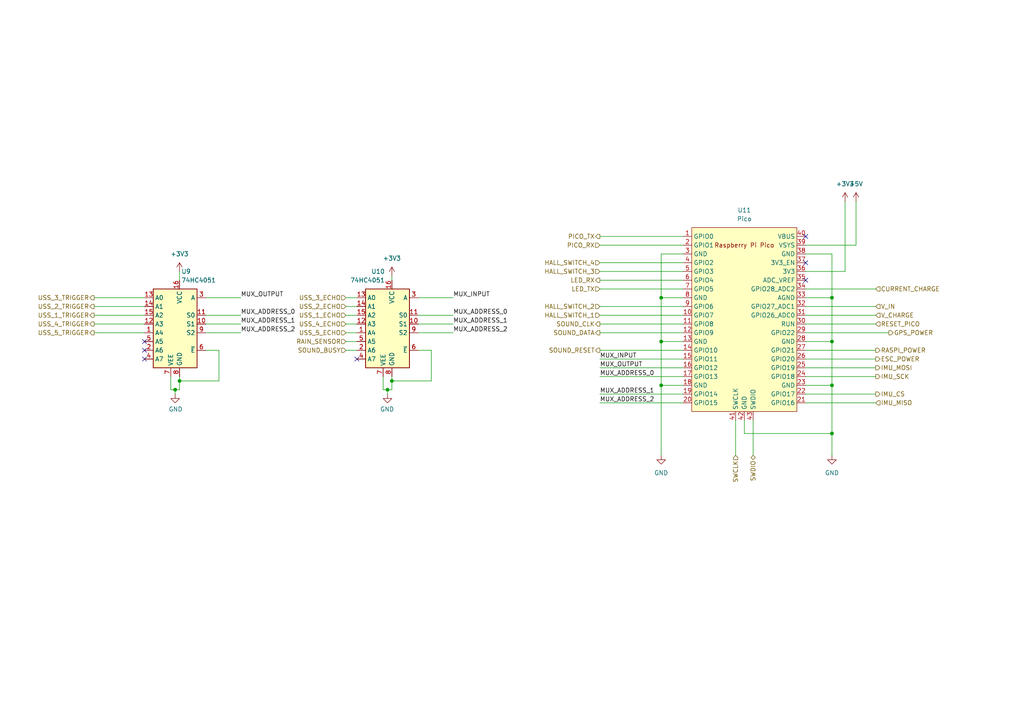
<source format=kicad_sch>
(kicad_sch (version 20211123) (generator eeschema)

  (uuid 559d82f1-24d0-4733-a864-a00adb8e4681)

  (paper "A4")

  (lib_symbols
    (symbol "74xx:74HC4051" (in_bom yes) (on_board yes)
      (property "Reference" "U" (id 0) (at -5.08 11.43 0)
        (effects (font (size 1.27 1.27)))
      )
      (property "Value" "74HC4051" (id 1) (at -7.62 -13.97 0)
        (effects (font (size 1.27 1.27)))
      )
      (property "Footprint" "" (id 2) (at 0 -10.16 0)
        (effects (font (size 1.27 1.27)) hide)
      )
      (property "Datasheet" "http://www.ti.com/lit/ds/symlink/cd74hc4051.pdf" (id 3) (at 0 -10.16 0)
        (effects (font (size 1.27 1.27)) hide)
      )
      (property "ki_keywords" "HCMOS Multiplexer Demultiplexer Analog" (id 4) (at 0 0 0)
        (effects (font (size 1.27 1.27)) hide)
      )
      (property "ki_description" "8-channel analog multiplexer/demultiplexer, DIP-16/SOIC-16/TSSOP-16" (id 5) (at 0 0 0)
        (effects (font (size 1.27 1.27)) hide)
      )
      (property "ki_fp_filters" "DIP*W7.62mm* SOIC*3.9x9.9mm*P1.27mm* SOIC*5.3x10.2mm*P1.27mm* TSSOP*4.4x5mm*P0.65mm*" (id 6) (at 0 0 0)
        (effects (font (size 1.27 1.27)) hide)
      )
      (symbol "74HC4051_0_1"
        (rectangle (start -5.08 10.16) (end 7.62 -12.7)
          (stroke (width 0.254) (type default) (color 0 0 0 0))
          (fill (type background))
        )
      )
      (symbol "74HC4051_1_1"
        (pin passive line (at 10.16 -2.54 180) (length 2.54)
          (name "A4" (effects (font (size 1.27 1.27))))
          (number "1" (effects (font (size 1.27 1.27))))
        )
        (pin input line (at -7.62 0 0) (length 2.54)
          (name "S1" (effects (font (size 1.27 1.27))))
          (number "10" (effects (font (size 1.27 1.27))))
        )
        (pin input line (at -7.62 2.54 0) (length 2.54)
          (name "S0" (effects (font (size 1.27 1.27))))
          (number "11" (effects (font (size 1.27 1.27))))
        )
        (pin passive line (at 10.16 0 180) (length 2.54)
          (name "A3" (effects (font (size 1.27 1.27))))
          (number "12" (effects (font (size 1.27 1.27))))
        )
        (pin passive line (at 10.16 7.62 180) (length 2.54)
          (name "A0" (effects (font (size 1.27 1.27))))
          (number "13" (effects (font (size 1.27 1.27))))
        )
        (pin passive line (at 10.16 5.08 180) (length 2.54)
          (name "A1" (effects (font (size 1.27 1.27))))
          (number "14" (effects (font (size 1.27 1.27))))
        )
        (pin passive line (at 10.16 2.54 180) (length 2.54)
          (name "A2" (effects (font (size 1.27 1.27))))
          (number "15" (effects (font (size 1.27 1.27))))
        )
        (pin power_in line (at 0 12.7 270) (length 2.54)
          (name "VCC" (effects (font (size 1.27 1.27))))
          (number "16" (effects (font (size 1.27 1.27))))
        )
        (pin passive line (at 10.16 -7.62 180) (length 2.54)
          (name "A6" (effects (font (size 1.27 1.27))))
          (number "2" (effects (font (size 1.27 1.27))))
        )
        (pin passive line (at -7.62 7.62 0) (length 2.54)
          (name "A" (effects (font (size 1.27 1.27))))
          (number "3" (effects (font (size 1.27 1.27))))
        )
        (pin passive line (at 10.16 -10.16 180) (length 2.54)
          (name "A7" (effects (font (size 1.27 1.27))))
          (number "4" (effects (font (size 1.27 1.27))))
        )
        (pin passive line (at 10.16 -5.08 180) (length 2.54)
          (name "A5" (effects (font (size 1.27 1.27))))
          (number "5" (effects (font (size 1.27 1.27))))
        )
        (pin input line (at -7.62 -7.62 0) (length 2.54)
          (name "~{E}" (effects (font (size 1.27 1.27))))
          (number "6" (effects (font (size 1.27 1.27))))
        )
        (pin power_in line (at 2.54 -15.24 90) (length 2.54)
          (name "VEE" (effects (font (size 1.27 1.27))))
          (number "7" (effects (font (size 1.27 1.27))))
        )
        (pin power_in line (at 0 -15.24 90) (length 2.54)
          (name "GND" (effects (font (size 1.27 1.27))))
          (number "8" (effects (font (size 1.27 1.27))))
        )
        (pin input line (at -7.62 -2.54 0) (length 2.54)
          (name "S2" (effects (font (size 1.27 1.27))))
          (number "9" (effects (font (size 1.27 1.27))))
        )
      )
    )
    (symbol "MCU_RaspberryPi_and_Boards:Pico" (in_bom yes) (on_board yes)
      (property "Reference" "U" (id 0) (at -13.97 27.94 0)
        (effects (font (size 1.27 1.27)))
      )
      (property "Value" "Pico" (id 1) (at 0 19.05 0)
        (effects (font (size 1.27 1.27)))
      )
      (property "Footprint" "RPi_Pico:RPi_Pico_SMD_TH" (id 2) (at 0 0 90)
        (effects (font (size 1.27 1.27)) hide)
      )
      (property "Datasheet" "" (id 3) (at 0 0 0)
        (effects (font (size 1.27 1.27)) hide)
      )
      (symbol "Pico_0_0"
        (text "Raspberry Pi Pico" (at 0 21.59 0)
          (effects (font (size 1.27 1.27)))
        )
      )
      (symbol "Pico_0_1"
        (rectangle (start -15.24 26.67) (end 15.24 -26.67)
          (stroke (width 0) (type default) (color 0 0 0 0))
          (fill (type background))
        )
      )
      (symbol "Pico_1_1"
        (pin bidirectional line (at -17.78 24.13 0) (length 2.54)
          (name "GPIO0" (effects (font (size 1.27 1.27))))
          (number "1" (effects (font (size 1.27 1.27))))
        )
        (pin bidirectional line (at -17.78 1.27 0) (length 2.54)
          (name "GPIO7" (effects (font (size 1.27 1.27))))
          (number "10" (effects (font (size 1.27 1.27))))
        )
        (pin bidirectional line (at -17.78 -1.27 0) (length 2.54)
          (name "GPIO8" (effects (font (size 1.27 1.27))))
          (number "11" (effects (font (size 1.27 1.27))))
        )
        (pin bidirectional line (at -17.78 -3.81 0) (length 2.54)
          (name "GPIO9" (effects (font (size 1.27 1.27))))
          (number "12" (effects (font (size 1.27 1.27))))
        )
        (pin power_in line (at -17.78 -6.35 0) (length 2.54)
          (name "GND" (effects (font (size 1.27 1.27))))
          (number "13" (effects (font (size 1.27 1.27))))
        )
        (pin bidirectional line (at -17.78 -8.89 0) (length 2.54)
          (name "GPIO10" (effects (font (size 1.27 1.27))))
          (number "14" (effects (font (size 1.27 1.27))))
        )
        (pin bidirectional line (at -17.78 -11.43 0) (length 2.54)
          (name "GPIO11" (effects (font (size 1.27 1.27))))
          (number "15" (effects (font (size 1.27 1.27))))
        )
        (pin bidirectional line (at -17.78 -13.97 0) (length 2.54)
          (name "GPIO12" (effects (font (size 1.27 1.27))))
          (number "16" (effects (font (size 1.27 1.27))))
        )
        (pin bidirectional line (at -17.78 -16.51 0) (length 2.54)
          (name "GPIO13" (effects (font (size 1.27 1.27))))
          (number "17" (effects (font (size 1.27 1.27))))
        )
        (pin power_in line (at -17.78 -19.05 0) (length 2.54)
          (name "GND" (effects (font (size 1.27 1.27))))
          (number "18" (effects (font (size 1.27 1.27))))
        )
        (pin bidirectional line (at -17.78 -21.59 0) (length 2.54)
          (name "GPIO14" (effects (font (size 1.27 1.27))))
          (number "19" (effects (font (size 1.27 1.27))))
        )
        (pin bidirectional line (at -17.78 21.59 0) (length 2.54)
          (name "GPIO1" (effects (font (size 1.27 1.27))))
          (number "2" (effects (font (size 1.27 1.27))))
        )
        (pin bidirectional line (at -17.78 -24.13 0) (length 2.54)
          (name "GPIO15" (effects (font (size 1.27 1.27))))
          (number "20" (effects (font (size 1.27 1.27))))
        )
        (pin bidirectional line (at 17.78 -24.13 180) (length 2.54)
          (name "GPIO16" (effects (font (size 1.27 1.27))))
          (number "21" (effects (font (size 1.27 1.27))))
        )
        (pin bidirectional line (at 17.78 -21.59 180) (length 2.54)
          (name "GPIO17" (effects (font (size 1.27 1.27))))
          (number "22" (effects (font (size 1.27 1.27))))
        )
        (pin power_in line (at 17.78 -19.05 180) (length 2.54)
          (name "GND" (effects (font (size 1.27 1.27))))
          (number "23" (effects (font (size 1.27 1.27))))
        )
        (pin bidirectional line (at 17.78 -16.51 180) (length 2.54)
          (name "GPIO18" (effects (font (size 1.27 1.27))))
          (number "24" (effects (font (size 1.27 1.27))))
        )
        (pin bidirectional line (at 17.78 -13.97 180) (length 2.54)
          (name "GPIO19" (effects (font (size 1.27 1.27))))
          (number "25" (effects (font (size 1.27 1.27))))
        )
        (pin bidirectional line (at 17.78 -11.43 180) (length 2.54)
          (name "GPIO20" (effects (font (size 1.27 1.27))))
          (number "26" (effects (font (size 1.27 1.27))))
        )
        (pin bidirectional line (at 17.78 -8.89 180) (length 2.54)
          (name "GPIO21" (effects (font (size 1.27 1.27))))
          (number "27" (effects (font (size 1.27 1.27))))
        )
        (pin power_in line (at 17.78 -6.35 180) (length 2.54)
          (name "GND" (effects (font (size 1.27 1.27))))
          (number "28" (effects (font (size 1.27 1.27))))
        )
        (pin bidirectional line (at 17.78 -3.81 180) (length 2.54)
          (name "GPIO22" (effects (font (size 1.27 1.27))))
          (number "29" (effects (font (size 1.27 1.27))))
        )
        (pin power_in line (at -17.78 19.05 0) (length 2.54)
          (name "GND" (effects (font (size 1.27 1.27))))
          (number "3" (effects (font (size 1.27 1.27))))
        )
        (pin input line (at 17.78 -1.27 180) (length 2.54)
          (name "RUN" (effects (font (size 1.27 1.27))))
          (number "30" (effects (font (size 1.27 1.27))))
        )
        (pin bidirectional line (at 17.78 1.27 180) (length 2.54)
          (name "GPIO26_ADC0" (effects (font (size 1.27 1.27))))
          (number "31" (effects (font (size 1.27 1.27))))
        )
        (pin bidirectional line (at 17.78 3.81 180) (length 2.54)
          (name "GPIO27_ADC1" (effects (font (size 1.27 1.27))))
          (number "32" (effects (font (size 1.27 1.27))))
        )
        (pin power_in line (at 17.78 6.35 180) (length 2.54)
          (name "AGND" (effects (font (size 1.27 1.27))))
          (number "33" (effects (font (size 1.27 1.27))))
        )
        (pin bidirectional line (at 17.78 8.89 180) (length 2.54)
          (name "GPIO28_ADC2" (effects (font (size 1.27 1.27))))
          (number "34" (effects (font (size 1.27 1.27))))
        )
        (pin power_in line (at 17.78 11.43 180) (length 2.54)
          (name "ADC_VREF" (effects (font (size 1.27 1.27))))
          (number "35" (effects (font (size 1.27 1.27))))
        )
        (pin power_in line (at 17.78 13.97 180) (length 2.54)
          (name "3V3" (effects (font (size 1.27 1.27))))
          (number "36" (effects (font (size 1.27 1.27))))
        )
        (pin input line (at 17.78 16.51 180) (length 2.54)
          (name "3V3_EN" (effects (font (size 1.27 1.27))))
          (number "37" (effects (font (size 1.27 1.27))))
        )
        (pin bidirectional line (at 17.78 19.05 180) (length 2.54)
          (name "GND" (effects (font (size 1.27 1.27))))
          (number "38" (effects (font (size 1.27 1.27))))
        )
        (pin power_in line (at 17.78 21.59 180) (length 2.54)
          (name "VSYS" (effects (font (size 1.27 1.27))))
          (number "39" (effects (font (size 1.27 1.27))))
        )
        (pin bidirectional line (at -17.78 16.51 0) (length 2.54)
          (name "GPIO2" (effects (font (size 1.27 1.27))))
          (number "4" (effects (font (size 1.27 1.27))))
        )
        (pin power_in line (at 17.78 24.13 180) (length 2.54)
          (name "VBUS" (effects (font (size 1.27 1.27))))
          (number "40" (effects (font (size 1.27 1.27))))
        )
        (pin input line (at -2.54 -29.21 90) (length 2.54)
          (name "SWCLK" (effects (font (size 1.27 1.27))))
          (number "41" (effects (font (size 1.27 1.27))))
        )
        (pin power_in line (at 0 -29.21 90) (length 2.54)
          (name "GND" (effects (font (size 1.27 1.27))))
          (number "42" (effects (font (size 1.27 1.27))))
        )
        (pin bidirectional line (at 2.54 -29.21 90) (length 2.54)
          (name "SWDIO" (effects (font (size 1.27 1.27))))
          (number "43" (effects (font (size 1.27 1.27))))
        )
        (pin bidirectional line (at -17.78 13.97 0) (length 2.54)
          (name "GPIO3" (effects (font (size 1.27 1.27))))
          (number "5" (effects (font (size 1.27 1.27))))
        )
        (pin bidirectional line (at -17.78 11.43 0) (length 2.54)
          (name "GPIO4" (effects (font (size 1.27 1.27))))
          (number "6" (effects (font (size 1.27 1.27))))
        )
        (pin bidirectional line (at -17.78 8.89 0) (length 2.54)
          (name "GPIO5" (effects (font (size 1.27 1.27))))
          (number "7" (effects (font (size 1.27 1.27))))
        )
        (pin power_in line (at -17.78 6.35 0) (length 2.54)
          (name "GND" (effects (font (size 1.27 1.27))))
          (number "8" (effects (font (size 1.27 1.27))))
        )
        (pin bidirectional line (at -17.78 3.81 0) (length 2.54)
          (name "GPIO6" (effects (font (size 1.27 1.27))))
          (number "9" (effects (font (size 1.27 1.27))))
        )
      )
    )
    (symbol "power:+3.3V" (power) (pin_names (offset 0)) (in_bom yes) (on_board yes)
      (property "Reference" "#PWR" (id 0) (at 0 -3.81 0)
        (effects (font (size 1.27 1.27)) hide)
      )
      (property "Value" "+3.3V" (id 1) (at 0 3.556 0)
        (effects (font (size 1.27 1.27)))
      )
      (property "Footprint" "" (id 2) (at 0 0 0)
        (effects (font (size 1.27 1.27)) hide)
      )
      (property "Datasheet" "" (id 3) (at 0 0 0)
        (effects (font (size 1.27 1.27)) hide)
      )
      (property "ki_keywords" "power-flag" (id 4) (at 0 0 0)
        (effects (font (size 1.27 1.27)) hide)
      )
      (property "ki_description" "Power symbol creates a global label with name \"+3.3V\"" (id 5) (at 0 0 0)
        (effects (font (size 1.27 1.27)) hide)
      )
      (symbol "+3.3V_0_1"
        (polyline
          (pts
            (xy -0.762 1.27)
            (xy 0 2.54)
          )
          (stroke (width 0) (type default) (color 0 0 0 0))
          (fill (type none))
        )
        (polyline
          (pts
            (xy 0 0)
            (xy 0 2.54)
          )
          (stroke (width 0) (type default) (color 0 0 0 0))
          (fill (type none))
        )
        (polyline
          (pts
            (xy 0 2.54)
            (xy 0.762 1.27)
          )
          (stroke (width 0) (type default) (color 0 0 0 0))
          (fill (type none))
        )
      )
      (symbol "+3.3V_1_1"
        (pin power_in line (at 0 0 90) (length 0) hide
          (name "+3V3" (effects (font (size 1.27 1.27))))
          (number "1" (effects (font (size 1.27 1.27))))
        )
      )
    )
    (symbol "power:+5V" (power) (pin_names (offset 0)) (in_bom yes) (on_board yes)
      (property "Reference" "#PWR" (id 0) (at 0 -3.81 0)
        (effects (font (size 1.27 1.27)) hide)
      )
      (property "Value" "+5V" (id 1) (at 0 3.556 0)
        (effects (font (size 1.27 1.27)))
      )
      (property "Footprint" "" (id 2) (at 0 0 0)
        (effects (font (size 1.27 1.27)) hide)
      )
      (property "Datasheet" "" (id 3) (at 0 0 0)
        (effects (font (size 1.27 1.27)) hide)
      )
      (property "ki_keywords" "power-flag" (id 4) (at 0 0 0)
        (effects (font (size 1.27 1.27)) hide)
      )
      (property "ki_description" "Power symbol creates a global label with name \"+5V\"" (id 5) (at 0 0 0)
        (effects (font (size 1.27 1.27)) hide)
      )
      (symbol "+5V_0_1"
        (polyline
          (pts
            (xy -0.762 1.27)
            (xy 0 2.54)
          )
          (stroke (width 0) (type default) (color 0 0 0 0))
          (fill (type none))
        )
        (polyline
          (pts
            (xy 0 0)
            (xy 0 2.54)
          )
          (stroke (width 0) (type default) (color 0 0 0 0))
          (fill (type none))
        )
        (polyline
          (pts
            (xy 0 2.54)
            (xy 0.762 1.27)
          )
          (stroke (width 0) (type default) (color 0 0 0 0))
          (fill (type none))
        )
      )
      (symbol "+5V_1_1"
        (pin power_in line (at 0 0 90) (length 0) hide
          (name "+5V" (effects (font (size 1.27 1.27))))
          (number "1" (effects (font (size 1.27 1.27))))
        )
      )
    )
    (symbol "power:GND" (power) (pin_names (offset 0)) (in_bom yes) (on_board yes)
      (property "Reference" "#PWR" (id 0) (at 0 -6.35 0)
        (effects (font (size 1.27 1.27)) hide)
      )
      (property "Value" "GND" (id 1) (at 0 -3.81 0)
        (effects (font (size 1.27 1.27)))
      )
      (property "Footprint" "" (id 2) (at 0 0 0)
        (effects (font (size 1.27 1.27)) hide)
      )
      (property "Datasheet" "" (id 3) (at 0 0 0)
        (effects (font (size 1.27 1.27)) hide)
      )
      (property "ki_keywords" "power-flag" (id 4) (at 0 0 0)
        (effects (font (size 1.27 1.27)) hide)
      )
      (property "ki_description" "Power symbol creates a global label with name \"GND\" , ground" (id 5) (at 0 0 0)
        (effects (font (size 1.27 1.27)) hide)
      )
      (symbol "GND_0_1"
        (polyline
          (pts
            (xy 0 0)
            (xy 0 -1.27)
            (xy 1.27 -1.27)
            (xy 0 -2.54)
            (xy -1.27 -1.27)
            (xy 0 -1.27)
          )
          (stroke (width 0) (type default) (color 0 0 0 0))
          (fill (type none))
        )
      )
      (symbol "GND_1_1"
        (pin power_in line (at 0 0 270) (length 0) hide
          (name "GND" (effects (font (size 1.27 1.27))))
          (number "1" (effects (font (size 1.27 1.27))))
        )
      )
    )
  )

  (junction (at 112.395 113.03) (diameter 0) (color 0 0 0 0)
    (uuid 3f9e240e-a0df-47bf-b1e9-d305fd65b40d)
  )
  (junction (at 191.77 86.36) (diameter 0) (color 0 0 0 0)
    (uuid 54ba70bc-3653-44e0-9aa9-70371f9624a9)
  )
  (junction (at 241.3 111.76) (diameter 0) (color 0 0 0 0)
    (uuid 56408257-97e8-4b69-98e5-7d0d5cf521f2)
  )
  (junction (at 113.665 110.49) (diameter 0) (color 0 0 0 0)
    (uuid 580e5b05-15fd-4844-a9a4-0ca64d1362ec)
  )
  (junction (at 52.07 110.49) (diameter 0) (color 0 0 0 0)
    (uuid 6478f963-05b2-49ef-937a-020a770ec2bc)
  )
  (junction (at 241.3 86.36) (diameter 0) (color 0 0 0 0)
    (uuid 65a6c026-1473-4a9d-8f23-b2c0f650050a)
  )
  (junction (at 191.77 99.06) (diameter 0) (color 0 0 0 0)
    (uuid 73598d54-872f-419b-980f-50ef4c83fcde)
  )
  (junction (at 241.3 99.06) (diameter 0) (color 0 0 0 0)
    (uuid 76b8f6c6-5884-4a72-b938-c2a7eb52ff43)
  )
  (junction (at 191.77 111.76) (diameter 0) (color 0 0 0 0)
    (uuid 78889956-fd84-45bc-b8d1-d5c72ff603fc)
  )
  (junction (at 50.8 113.03) (diameter 0) (color 0 0 0 0)
    (uuid 8242a716-3895-445a-b2c1-ec6e5a82e0b2)
  )
  (junction (at 241.3 125.73) (diameter 0) (color 0 0 0 0)
    (uuid b35b9801-eb34-444c-a777-58832e9ab861)
  )

  (no_connect (at 41.91 99.06) (uuid 556ef534-0f07-4d81-876f-b06c5ce2d0fd))
  (no_connect (at 41.91 104.14) (uuid 556ef534-0f07-4d81-876f-b06c5ce2d0fe))
  (no_connect (at 41.91 101.6) (uuid 556ef534-0f07-4d81-876f-b06c5ce2d0ff))
  (no_connect (at 103.505 104.14) (uuid 556ef534-0f07-4d81-876f-b06c5ce2d101))
  (no_connect (at 233.68 81.28) (uuid 556ef534-0f07-4d81-876f-b06c5ce2d104))
  (no_connect (at 233.68 68.58) (uuid 986e8a2a-6562-465d-8125-97ad06ff30fa))
  (no_connect (at 233.68 76.2) (uuid b5296cbe-e68b-406a-ba6f-ad17406d8e21))

  (wire (pts (xy 191.77 73.66) (xy 191.77 86.36))
    (stroke (width 0) (type default) (color 0 0 0 0))
    (uuid 00ca4e32-a322-4822-a677-37e2d718544f)
  )
  (wire (pts (xy 233.68 78.74) (xy 245.11 78.74))
    (stroke (width 0) (type default) (color 0 0 0 0))
    (uuid 09a978d0-8d42-486d-a3ad-9ce88f0c0666)
  )
  (wire (pts (xy 113.665 109.22) (xy 113.665 110.49))
    (stroke (width 0) (type default) (color 0 0 0 0))
    (uuid 0b0ac47c-7f6d-44d0-93d5-9f36f3f468b4)
  )
  (wire (pts (xy 233.68 83.82) (xy 254 83.82))
    (stroke (width 0) (type default) (color 0 0 0 0))
    (uuid 0b450ad9-ca75-4cfc-a73f-d80a4ba28454)
  )
  (wire (pts (xy 173.99 116.84) (xy 198.12 116.84))
    (stroke (width 0) (type default) (color 0 0 0 0))
    (uuid 1053a486-12a2-421c-9343-de7ab858207c)
  )
  (wire (pts (xy 198.12 111.76) (xy 191.77 111.76))
    (stroke (width 0) (type default) (color 0 0 0 0))
    (uuid 12ed40b1-67a7-4aa9-8b0d-4fc1985e59be)
  )
  (wire (pts (xy 59.69 86.36) (xy 69.85 86.36))
    (stroke (width 0) (type default) (color 0 0 0 0))
    (uuid 16cf7022-66c2-4682-8510-ee16e936fabc)
  )
  (wire (pts (xy 245.11 58.42) (xy 245.11 78.74))
    (stroke (width 0) (type default) (color 0 0 0 0))
    (uuid 1998fa2d-d003-41f2-8cf5-07fae805b545)
  )
  (wire (pts (xy 233.68 91.44) (xy 254 91.44))
    (stroke (width 0) (type default) (color 0 0 0 0))
    (uuid 19f5c885-19e1-4e02-9737-313b823faa94)
  )
  (wire (pts (xy 100.33 86.36) (xy 103.505 86.36))
    (stroke (width 0) (type default) (color 0 0 0 0))
    (uuid 1a89ec35-ca0a-4894-a003-cc97106bcf3b)
  )
  (wire (pts (xy 50.8 113.03) (xy 52.07 113.03))
    (stroke (width 0) (type default) (color 0 0 0 0))
    (uuid 208e2e73-cc7c-4f19-adf0-1aa3ff931bef)
  )
  (wire (pts (xy 59.69 101.6) (xy 63.5 101.6))
    (stroke (width 0) (type default) (color 0 0 0 0))
    (uuid 20a5c48b-ef8e-471c-b43b-8c6fe82414ca)
  )
  (wire (pts (xy 233.68 116.84) (xy 254 116.84))
    (stroke (width 0) (type default) (color 0 0 0 0))
    (uuid 20bfd7e8-bc33-4032-a520-5b1447e2586c)
  )
  (wire (pts (xy 52.07 110.49) (xy 52.07 109.22))
    (stroke (width 0) (type default) (color 0 0 0 0))
    (uuid 265ced2d-64bc-45d4-8001-04989f2928d8)
  )
  (wire (pts (xy 27.305 96.52) (xy 41.91 96.52))
    (stroke (width 0) (type default) (color 0 0 0 0))
    (uuid 287f8ea2-e8b6-4602-97c8-84289f3554c0)
  )
  (wire (pts (xy 50.8 113.03) (xy 50.8 114.3))
    (stroke (width 0) (type default) (color 0 0 0 0))
    (uuid 306f3f7d-9fbd-448e-82bc-905bc1a1c3f3)
  )
  (wire (pts (xy 173.99 106.68) (xy 198.12 106.68))
    (stroke (width 0) (type default) (color 0 0 0 0))
    (uuid 34ae7556-4ed7-4cdc-9912-59df7d57455c)
  )
  (wire (pts (xy 213.36 121.92) (xy 213.36 132.08))
    (stroke (width 0) (type default) (color 0 0 0 0))
    (uuid 3570878e-89c1-4a7c-96c1-70d81086a3a9)
  )
  (wire (pts (xy 100.33 96.52) (xy 103.505 96.52))
    (stroke (width 0) (type default) (color 0 0 0 0))
    (uuid 3904dce2-c02e-4941-85d2-b395f76add93)
  )
  (wire (pts (xy 241.3 111.76) (xy 241.3 125.73))
    (stroke (width 0) (type default) (color 0 0 0 0))
    (uuid 39a7e97a-1ec7-4281-b40b-b51c94d1e75c)
  )
  (wire (pts (xy 233.68 88.9) (xy 254 88.9))
    (stroke (width 0) (type default) (color 0 0 0 0))
    (uuid 3b581e9c-30b7-43cb-9db0-8035e2313ff6)
  )
  (wire (pts (xy 63.5 101.6) (xy 63.5 110.49))
    (stroke (width 0) (type default) (color 0 0 0 0))
    (uuid 40233afb-11b0-42e8-b2d7-83a41d2d50be)
  )
  (wire (pts (xy 173.99 88.9) (xy 198.12 88.9))
    (stroke (width 0) (type default) (color 0 0 0 0))
    (uuid 41519696-bf91-4b07-95ab-ad9cb45374ce)
  )
  (wire (pts (xy 27.305 93.98) (xy 41.91 93.98))
    (stroke (width 0) (type default) (color 0 0 0 0))
    (uuid 452e1310-7964-4315-a24a-8c2240d3ec02)
  )
  (wire (pts (xy 198.12 73.66) (xy 191.77 73.66))
    (stroke (width 0) (type default) (color 0 0 0 0))
    (uuid 455370dc-07a0-40ba-901e-0a86a49d8cdf)
  )
  (wire (pts (xy 215.9 121.92) (xy 215.9 125.73))
    (stroke (width 0) (type default) (color 0 0 0 0))
    (uuid 4610844f-e46c-4be8-a492-a159ffc49ba4)
  )
  (wire (pts (xy 191.77 86.36) (xy 198.12 86.36))
    (stroke (width 0) (type default) (color 0 0 0 0))
    (uuid 53aa4cf3-1aa2-4113-8937-78d654a73b6b)
  )
  (wire (pts (xy 113.665 110.49) (xy 113.665 113.03))
    (stroke (width 0) (type default) (color 0 0 0 0))
    (uuid 553438fc-a725-4280-8d6a-919452cabdf2)
  )
  (wire (pts (xy 241.3 99.06) (xy 241.3 111.76))
    (stroke (width 0) (type default) (color 0 0 0 0))
    (uuid 576184cd-757b-4fa6-b83b-3d6ec7f50ab3)
  )
  (wire (pts (xy 100.33 93.98) (xy 103.505 93.98))
    (stroke (width 0) (type default) (color 0 0 0 0))
    (uuid 594d9779-8363-403c-99f8-1253e49c8b6f)
  )
  (wire (pts (xy 173.99 114.3) (xy 198.12 114.3))
    (stroke (width 0) (type default) (color 0 0 0 0))
    (uuid 59a5c230-5b9f-4d7e-8810-b681be13ff57)
  )
  (wire (pts (xy 233.68 93.98) (xy 254 93.98))
    (stroke (width 0) (type default) (color 0 0 0 0))
    (uuid 5ab0f247-35bb-423d-9f40-4778a3ff8fb1)
  )
  (wire (pts (xy 27.305 88.9) (xy 41.91 88.9))
    (stroke (width 0) (type default) (color 0 0 0 0))
    (uuid 5b71c6d4-7501-4c34-b54d-e8d2216fb2bb)
  )
  (wire (pts (xy 233.68 114.3) (xy 254 114.3))
    (stroke (width 0) (type default) (color 0 0 0 0))
    (uuid 5e07907e-60e9-49c1-8ad1-f02aad44483e)
  )
  (wire (pts (xy 173.99 93.98) (xy 198.12 93.98))
    (stroke (width 0) (type default) (color 0 0 0 0))
    (uuid 5ec1a6af-f0ca-4bb7-88ee-0230a211abd0)
  )
  (wire (pts (xy 100.33 101.6) (xy 103.505 101.6))
    (stroke (width 0) (type default) (color 0 0 0 0))
    (uuid 5f41af6d-ceaf-4d88-9f2f-5324269b4170)
  )
  (wire (pts (xy 248.285 58.42) (xy 248.285 71.12))
    (stroke (width 0) (type default) (color 0 0 0 0))
    (uuid 6143aeae-d480-4bcf-957b-0e21015c30ef)
  )
  (wire (pts (xy 52.07 78.74) (xy 52.07 81.28))
    (stroke (width 0) (type default) (color 0 0 0 0))
    (uuid 62f4af93-dc68-43df-b0b7-662f261caf46)
  )
  (wire (pts (xy 100.33 88.9) (xy 103.505 88.9))
    (stroke (width 0) (type default) (color 0 0 0 0))
    (uuid 65cab727-16f4-4260-b7de-5c688b677bfa)
  )
  (wire (pts (xy 173.99 71.12) (xy 198.12 71.12))
    (stroke (width 0) (type default) (color 0 0 0 0))
    (uuid 69e2413c-3c18-405f-95bb-102441c41b90)
  )
  (wire (pts (xy 254 104.14) (xy 233.68 104.14))
    (stroke (width 0) (type default) (color 0 0 0 0))
    (uuid 6bbabe9c-cd0f-4815-b199-8450466c7e39)
  )
  (wire (pts (xy 241.3 125.73) (xy 241.3 132.08))
    (stroke (width 0) (type default) (color 0 0 0 0))
    (uuid 6c7876a6-0112-46ef-ae95-ed5454a17235)
  )
  (wire (pts (xy 198.12 83.82) (xy 173.99 83.82))
    (stroke (width 0) (type default) (color 0 0 0 0))
    (uuid 6cf0919c-4e11-4059-af75-f8118b2b0e3e)
  )
  (wire (pts (xy 241.3 86.36) (xy 241.3 99.06))
    (stroke (width 0) (type default) (color 0 0 0 0))
    (uuid 6da0e163-2d95-45d9-8ed3-85b3748ca2e1)
  )
  (wire (pts (xy 27.305 91.44) (xy 41.91 91.44))
    (stroke (width 0) (type default) (color 0 0 0 0))
    (uuid 6f27ac9c-2fe3-4937-8a03-4e8d4ee7c920)
  )
  (wire (pts (xy 113.665 80.01) (xy 113.665 81.28))
    (stroke (width 0) (type default) (color 0 0 0 0))
    (uuid 6f99ee9a-51bc-40f4-820e-9fe49f29d0bd)
  )
  (wire (pts (xy 59.69 93.98) (xy 69.85 93.98))
    (stroke (width 0) (type default) (color 0 0 0 0))
    (uuid 746444b3-6c9d-4d67-b164-4f932f5badb0)
  )
  (wire (pts (xy 49.53 113.03) (xy 50.8 113.03))
    (stroke (width 0) (type default) (color 0 0 0 0))
    (uuid 775dcd91-6570-4eae-9d4e-9e61c22da384)
  )
  (wire (pts (xy 112.395 113.03) (xy 112.395 114.3))
    (stroke (width 0) (type default) (color 0 0 0 0))
    (uuid 797ec1ec-6173-4228-8df1-ce9b99dcc0f5)
  )
  (wire (pts (xy 173.99 78.74) (xy 198.12 78.74))
    (stroke (width 0) (type default) (color 0 0 0 0))
    (uuid 7a6a8cb5-5575-4105-9510-066555129b61)
  )
  (wire (pts (xy 191.77 99.06) (xy 191.77 111.76))
    (stroke (width 0) (type default) (color 0 0 0 0))
    (uuid 7ae70640-7d21-4449-8dd3-2a29f19e8806)
  )
  (wire (pts (xy 111.125 113.03) (xy 111.125 109.22))
    (stroke (width 0) (type default) (color 0 0 0 0))
    (uuid 7ff01d53-234b-4097-a221-a624cf84d184)
  )
  (wire (pts (xy 63.5 110.49) (xy 52.07 110.49))
    (stroke (width 0) (type default) (color 0 0 0 0))
    (uuid 85108fe1-29f0-48a9-baf4-13a88645799f)
  )
  (wire (pts (xy 121.285 93.98) (xy 131.445 93.98))
    (stroke (width 0) (type default) (color 0 0 0 0))
    (uuid 895796f9-2a35-4b90-a2dd-d71d36bfb5af)
  )
  (wire (pts (xy 215.9 125.73) (xy 241.3 125.73))
    (stroke (width 0) (type default) (color 0 0 0 0))
    (uuid 8f3b9706-5e22-4a9e-a0bd-30cb038662c3)
  )
  (wire (pts (xy 125.095 110.49) (xy 113.665 110.49))
    (stroke (width 0) (type default) (color 0 0 0 0))
    (uuid 8f541440-576b-4f3a-a92a-9736f9392fa3)
  )
  (wire (pts (xy 233.68 73.66) (xy 241.3 73.66))
    (stroke (width 0) (type default) (color 0 0 0 0))
    (uuid 8f7027c4-8d72-4691-aa58-12d1a8ce341c)
  )
  (wire (pts (xy 173.99 68.58) (xy 198.12 68.58))
    (stroke (width 0) (type default) (color 0 0 0 0))
    (uuid 903795da-8d77-49d7-8c2c-04e19c29ca6a)
  )
  (wire (pts (xy 49.53 109.22) (xy 49.53 113.03))
    (stroke (width 0) (type default) (color 0 0 0 0))
    (uuid 90b9427a-ebb4-4250-8c5a-7a469bdfef3c)
  )
  (wire (pts (xy 233.68 111.76) (xy 241.3 111.76))
    (stroke (width 0) (type default) (color 0 0 0 0))
    (uuid 91c200d6-3e73-4029-970f-7dd5a4667799)
  )
  (wire (pts (xy 173.99 101.6) (xy 198.12 101.6))
    (stroke (width 0) (type default) (color 0 0 0 0))
    (uuid 938a305b-46e5-4ce7-b357-655f286c031e)
  )
  (wire (pts (xy 198.12 99.06) (xy 191.77 99.06))
    (stroke (width 0) (type default) (color 0 0 0 0))
    (uuid 97cd9906-6018-4ace-bb28-c86c40e98e8b)
  )
  (wire (pts (xy 59.69 96.52) (xy 69.85 96.52))
    (stroke (width 0) (type default) (color 0 0 0 0))
    (uuid 9fbaf0d5-9d7f-4dd7-be2c-3d23f4ff39b6)
  )
  (wire (pts (xy 52.07 113.03) (xy 52.07 110.49))
    (stroke (width 0) (type default) (color 0 0 0 0))
    (uuid a0d519f6-1cc2-4f3f-9956-6e1dc791cd56)
  )
  (wire (pts (xy 113.665 113.03) (xy 112.395 113.03))
    (stroke (width 0) (type default) (color 0 0 0 0))
    (uuid a10032d1-b72e-439b-ad6d-1285b68a925d)
  )
  (wire (pts (xy 241.3 73.66) (xy 241.3 86.36))
    (stroke (width 0) (type default) (color 0 0 0 0))
    (uuid a41fd544-9f46-4762-bbfd-f5553eeef8f4)
  )
  (wire (pts (xy 218.44 121.92) (xy 218.44 132.08))
    (stroke (width 0) (type default) (color 0 0 0 0))
    (uuid a5693c70-7dfa-4f61-af65-5de6847d2348)
  )
  (wire (pts (xy 121.285 91.44) (xy 131.445 91.44))
    (stroke (width 0) (type default) (color 0 0 0 0))
    (uuid a56a2252-1885-4e20-b0e9-4d965f7484bb)
  )
  (wire (pts (xy 173.99 96.52) (xy 198.12 96.52))
    (stroke (width 0) (type default) (color 0 0 0 0))
    (uuid acc3069d-2fbe-4be6-a1d5-69c1ed0b230c)
  )
  (wire (pts (xy 173.99 104.14) (xy 198.12 104.14))
    (stroke (width 0) (type default) (color 0 0 0 0))
    (uuid afd415bd-805d-42ff-a553-e601ed3f1205)
  )
  (wire (pts (xy 198.12 81.28) (xy 173.99 81.28))
    (stroke (width 0) (type default) (color 0 0 0 0))
    (uuid b060a474-38ea-4e29-bdea-e7c994ff3e94)
  )
  (wire (pts (xy 254 101.6) (xy 233.68 101.6))
    (stroke (width 0) (type default) (color 0 0 0 0))
    (uuid b983b66e-eed5-4c32-ac90-d60ced569b10)
  )
  (wire (pts (xy 27.305 86.36) (xy 41.91 86.36))
    (stroke (width 0) (type default) (color 0 0 0 0))
    (uuid bbc2ec10-4eb8-4fac-924d-e8e7a4a51846)
  )
  (wire (pts (xy 121.285 101.6) (xy 125.095 101.6))
    (stroke (width 0) (type default) (color 0 0 0 0))
    (uuid bd04c989-6fa7-4169-9263-e6c1af1f299e)
  )
  (wire (pts (xy 125.095 101.6) (xy 125.095 110.49))
    (stroke (width 0) (type default) (color 0 0 0 0))
    (uuid c04fd87f-4ef2-46ff-8a4d-35a3e0e4dfeb)
  )
  (wire (pts (xy 233.68 109.22) (xy 254 109.22))
    (stroke (width 0) (type default) (color 0 0 0 0))
    (uuid c6174045-9605-4441-8a18-92cc314a60a0)
  )
  (wire (pts (xy 191.77 86.36) (xy 191.77 99.06))
    (stroke (width 0) (type default) (color 0 0 0 0))
    (uuid c99aafc1-c883-4bf9-aa01-e0bd12dc1240)
  )
  (wire (pts (xy 173.99 76.2) (xy 198.12 76.2))
    (stroke (width 0) (type default) (color 0 0 0 0))
    (uuid cae9e9c8-bede-4aa9-830c-cb3b00617c19)
  )
  (wire (pts (xy 103.505 99.06) (xy 100.33 99.06))
    (stroke (width 0) (type default) (color 0 0 0 0))
    (uuid cdd96b7e-e510-46dd-ab3c-079ce7cc9a60)
  )
  (wire (pts (xy 257.81 96.52) (xy 233.68 96.52))
    (stroke (width 0) (type default) (color 0 0 0 0))
    (uuid d10ca1b7-dfa3-4313-9391-c2909120cc71)
  )
  (wire (pts (xy 112.395 113.03) (xy 111.125 113.03))
    (stroke (width 0) (type default) (color 0 0 0 0))
    (uuid d5f71433-e742-4626-b3be-c99ccba1b7a1)
  )
  (wire (pts (xy 233.68 71.12) (xy 248.285 71.12))
    (stroke (width 0) (type default) (color 0 0 0 0))
    (uuid e07d2f8d-aee3-4c1e-8383-d7856d0f03ae)
  )
  (wire (pts (xy 121.285 86.36) (xy 131.445 86.36))
    (stroke (width 0) (type default) (color 0 0 0 0))
    (uuid e0f1d94e-9a76-4f5d-8135-21cc2fe55acc)
  )
  (wire (pts (xy 233.68 86.36) (xy 241.3 86.36))
    (stroke (width 0) (type default) (color 0 0 0 0))
    (uuid e73c7c15-80f2-41ec-b80c-f5205a4754b6)
  )
  (wire (pts (xy 59.69 91.44) (xy 69.85 91.44))
    (stroke (width 0) (type default) (color 0 0 0 0))
    (uuid e76c5b67-babf-467d-97c9-e2dcc2eaf100)
  )
  (wire (pts (xy 173.99 91.44) (xy 198.12 91.44))
    (stroke (width 0) (type default) (color 0 0 0 0))
    (uuid e9983c43-62bd-4183-a131-97d57a4ecd74)
  )
  (wire (pts (xy 233.68 99.06) (xy 241.3 99.06))
    (stroke (width 0) (type default) (color 0 0 0 0))
    (uuid eb6c0610-f9d4-4dd1-9e0b-89c6ca154d22)
  )
  (wire (pts (xy 233.68 106.68) (xy 254 106.68))
    (stroke (width 0) (type default) (color 0 0 0 0))
    (uuid f109d213-0c79-4aaa-8bd9-470f18a96715)
  )
  (wire (pts (xy 191.77 111.76) (xy 191.77 132.08))
    (stroke (width 0) (type default) (color 0 0 0 0))
    (uuid f51d988e-f900-47e5-9e83-a4cf46a6126b)
  )
  (wire (pts (xy 100.33 91.44) (xy 103.505 91.44))
    (stroke (width 0) (type default) (color 0 0 0 0))
    (uuid f716ae8a-3816-4fcb-a342-559ace0ae37d)
  )
  (wire (pts (xy 121.285 96.52) (xy 131.445 96.52))
    (stroke (width 0) (type default) (color 0 0 0 0))
    (uuid fa5aed85-6588-4bcb-a923-bbc7d2d89474)
  )
  (wire (pts (xy 173.99 109.22) (xy 198.12 109.22))
    (stroke (width 0) (type default) (color 0 0 0 0))
    (uuid fb4da90b-939a-4527-81ef-9a4485280fe2)
  )

  (label "MUX_ADDRESS_0" (at 173.99 109.22 0)
    (effects (font (size 1.27 1.27)) (justify left bottom))
    (uuid 032958d0-cc53-48d2-879c-1ca150ddc454)
  )
  (label "MUX_OUTPUT" (at 69.85 86.36 0)
    (effects (font (size 1.27 1.27)) (justify left bottom))
    (uuid 0dc10753-515b-475a-a51f-994536f4e819)
  )
  (label "MUX_ADDRESS_2" (at 131.445 96.52 0)
    (effects (font (size 1.27 1.27)) (justify left bottom))
    (uuid 28b77a10-a387-4077-8807-f44694875326)
  )
  (label "MUX_ADDRESS_0" (at 131.445 91.44 0)
    (effects (font (size 1.27 1.27)) (justify left bottom))
    (uuid 509f8906-652e-4e5b-a57c-daa3a2e75ab6)
  )
  (label "MUX_ADDRESS_0" (at 69.85 91.44 0)
    (effects (font (size 1.27 1.27)) (justify left bottom))
    (uuid 59a9f351-54a1-4b8a-8731-f6d73a73e629)
  )
  (label "MUX_ADDRESS_2" (at 69.85 96.52 0)
    (effects (font (size 1.27 1.27)) (justify left bottom))
    (uuid 6b6713e0-d269-4e47-8e91-cb4bd6ca6b30)
  )
  (label "MUX_INPUT" (at 131.445 86.36 0)
    (effects (font (size 1.27 1.27)) (justify left bottom))
    (uuid 6db30a16-d87d-4282-bb86-d554b9589750)
  )
  (label "MUX_OUTPUT" (at 173.99 106.68 0)
    (effects (font (size 1.27 1.27)) (justify left bottom))
    (uuid 99dde49e-265f-43db-9a4d-840bca2e6b9f)
  )
  (label "MUX_ADDRESS_2" (at 173.99 116.84 0)
    (effects (font (size 1.27 1.27)) (justify left bottom))
    (uuid 9f524d79-92eb-4567-a0fd-13a70f40cff8)
  )
  (label "MUX_INPUT" (at 173.99 104.14 0)
    (effects (font (size 1.27 1.27)) (justify left bottom))
    (uuid afad3d9c-dcf5-425f-96a6-8d5041708272)
  )
  (label "MUX_ADDRESS_1" (at 173.99 114.3 0)
    (effects (font (size 1.27 1.27)) (justify left bottom))
    (uuid afd3c6bf-0418-4c33-af95-be88dc57649b)
  )
  (label "MUX_ADDRESS_1" (at 69.85 93.98 0)
    (effects (font (size 1.27 1.27)) (justify left bottom))
    (uuid bef950bd-cc3d-4404-9a8e-8831a3ddacf1)
  )
  (label "MUX_ADDRESS_1" (at 131.445 93.98 0)
    (effects (font (size 1.27 1.27)) (justify left bottom))
    (uuid d9a69c20-4f00-4a9c-a426-8800b835059a)
  )

  (hierarchical_label "USS_4_TRIGGER" (shape output) (at 27.305 93.98 180)
    (effects (font (size 1.27 1.27)) (justify right))
    (uuid 00f66db9-baad-49a1-a395-8b337e9b189d)
  )
  (hierarchical_label "V_CHARGE" (shape input) (at 254 91.44 0)
    (effects (font (size 1.27 1.27)) (justify left))
    (uuid 084e95a6-4d23-427f-b02c-8c6899c0912d)
  )
  (hierarchical_label "LED_RX" (shape output) (at 173.99 81.28 180)
    (effects (font (size 1.27 1.27)) (justify right))
    (uuid 0dd18bc4-d431-4332-adf1-62384e4ce6b7)
  )
  (hierarchical_label "RAIN_SENSOR" (shape input) (at 100.33 99.06 180)
    (effects (font (size 1.27 1.27)) (justify right))
    (uuid 163b07ba-b12e-4369-98cc-7a2c4fe795a1)
  )
  (hierarchical_label "USS_3_TRIGGER" (shape output) (at 27.305 86.36 180)
    (effects (font (size 1.27 1.27)) (justify right))
    (uuid 18b5e0ab-a4b1-4060-ba67-fd8f3fac7c53)
  )
  (hierarchical_label "RASPI_POWER" (shape output) (at 254 101.6 0)
    (effects (font (size 1.27 1.27)) (justify left))
    (uuid 218b6c8c-ec3a-4956-8f8e-c732d4611469)
  )
  (hierarchical_label "IMU_MISO" (shape input) (at 254 116.84 0)
    (effects (font (size 1.27 1.27)) (justify left))
    (uuid 2e5aac1f-93df-4664-a172-95bd731fe215)
  )
  (hierarchical_label "USS_2_TRIGGER" (shape output) (at 27.305 88.9 180)
    (effects (font (size 1.27 1.27)) (justify right))
    (uuid 36a181e2-f496-4b3a-a1ad-d3945220a776)
  )
  (hierarchical_label "SOUND_RESET" (shape output) (at 173.99 101.6 180)
    (effects (font (size 1.27 1.27)) (justify right))
    (uuid 38cf4e64-55ac-4750-b424-38b8813d6cda)
  )
  (hierarchical_label "PICO_TX" (shape output) (at 173.99 68.58 180)
    (effects (font (size 1.27 1.27)) (justify right))
    (uuid 39addf0c-f0dd-4f45-9382-958e3cf2c05b)
  )
  (hierarchical_label "LED_TX" (shape input) (at 173.99 83.82 180)
    (effects (font (size 1.27 1.27)) (justify right))
    (uuid 426356c9-3398-4018-a030-e4256ba0245f)
  )
  (hierarchical_label "CURRENT_CHARGE" (shape input) (at 254 83.82 0)
    (effects (font (size 1.27 1.27)) (justify left))
    (uuid 47b173ce-6f2a-4875-98a3-00bc368dafb3)
  )
  (hierarchical_label "USS_1_ECHO" (shape input) (at 100.33 91.44 180)
    (effects (font (size 1.27 1.27)) (justify right))
    (uuid 541e7aac-57d7-4da4-9c15-5f7d11cad388)
  )
  (hierarchical_label "IMU_CS" (shape output) (at 254 114.3 0)
    (effects (font (size 1.27 1.27)) (justify left))
    (uuid 646afd04-19a3-4231-b342-f62e3f5a814f)
  )
  (hierarchical_label "RESET_PICO" (shape input) (at 254 93.98 0)
    (effects (font (size 1.27 1.27)) (justify left))
    (uuid 6fcb1c7c-2d71-4e23-8261-a50e0250ac1f)
  )
  (hierarchical_label "SWDIO" (shape bidirectional) (at 218.44 132.08 270)
    (effects (font (size 1.27 1.27)) (justify right))
    (uuid 7702345a-59d0-49ba-8b7f-f12dc3d123b1)
  )
  (hierarchical_label "HALL_SWITCH_4" (shape input) (at 173.99 76.2 180)
    (effects (font (size 1.27 1.27)) (justify right))
    (uuid 7c6e9a32-9721-4675-9692-c440171cdd5f)
  )
  (hierarchical_label "USS_5_ECHO" (shape input) (at 100.33 96.52 180)
    (effects (font (size 1.27 1.27)) (justify right))
    (uuid 7d9d9125-13a4-4d92-8e68-45879e1663df)
  )
  (hierarchical_label "SOUND_CLK" (shape output) (at 173.99 93.98 180)
    (effects (font (size 1.27 1.27)) (justify right))
    (uuid 81482302-a4b6-4919-b237-5451dd2abfb2)
  )
  (hierarchical_label "IMU_SCK" (shape output) (at 254 109.22 0)
    (effects (font (size 1.27 1.27)) (justify left))
    (uuid 84a05a2b-0325-4f85-8cb6-0797ebdc0185)
  )
  (hierarchical_label "IMU_MOSI" (shape output) (at 254 106.68 0)
    (effects (font (size 1.27 1.27)) (justify left))
    (uuid 9aade7c5-d838-40d2-822a-03850e03cc53)
  )
  (hierarchical_label "ESC_POWER" (shape output) (at 254 104.14 0)
    (effects (font (size 1.27 1.27)) (justify left))
    (uuid a7b5ca22-a0f1-4ff5-966f-d1dc584ca37e)
  )
  (hierarchical_label "HALL_SWITCH_1" (shape input) (at 173.99 91.44 180)
    (effects (font (size 1.27 1.27)) (justify right))
    (uuid c1b24f9f-aa0b-4552-b9ba-e4a0b9883912)
  )
  (hierarchical_label "USS_4_ECHO" (shape input) (at 100.33 93.98 180)
    (effects (font (size 1.27 1.27)) (justify right))
    (uuid c3af611f-8c6e-4fff-9cf1-63a641b85645)
  )
  (hierarchical_label "GPS_POWER" (shape output) (at 257.81 96.52 0)
    (effects (font (size 1.27 1.27)) (justify left))
    (uuid c6641daa-ada3-4509-bc5e-5fe5ecc1e1df)
  )
  (hierarchical_label "SOUND_DATA" (shape output) (at 173.99 96.52 180)
    (effects (font (size 1.27 1.27)) (justify right))
    (uuid cd609165-f899-4f07-95f0-e9e5ecee698b)
  )
  (hierarchical_label "PICO_RX" (shape input) (at 173.99 71.12 180)
    (effects (font (size 1.27 1.27)) (justify right))
    (uuid cf44fb94-b863-4043-9c9f-039108abeb13)
  )
  (hierarchical_label "USS_2_ECHO" (shape input) (at 100.33 88.9 180)
    (effects (font (size 1.27 1.27)) (justify right))
    (uuid d05c458b-21f4-442f-85ad-81f95a6a9f04)
  )
  (hierarchical_label "V_IN" (shape input) (at 254 88.9 0)
    (effects (font (size 1.27 1.27)) (justify left))
    (uuid d2747e6d-332a-485b-9733-6e178938124a)
  )
  (hierarchical_label "HALL_SWITCH_2" (shape input) (at 173.99 88.9 180)
    (effects (font (size 1.27 1.27)) (justify right))
    (uuid d42e5ac6-d72e-4348-8b4e-3a9b5b0ea351)
  )
  (hierarchical_label "HALL_SWITCH_3" (shape input) (at 173.99 78.74 180)
    (effects (font (size 1.27 1.27)) (justify right))
    (uuid d8c24318-d73e-4054-9bf0-e59adec421e6)
  )
  (hierarchical_label "USS_1_TRIGGER" (shape output) (at 27.305 91.44 180)
    (effects (font (size 1.27 1.27)) (justify right))
    (uuid e5cb2202-9368-489a-9176-7d53bc2098a7)
  )
  (hierarchical_label "USS_3_ECHO" (shape input) (at 100.33 86.36 180)
    (effects (font (size 1.27 1.27)) (justify right))
    (uuid eb88414d-2170-402a-bf5b-8106fb0fc53a)
  )
  (hierarchical_label "SWCLK" (shape input) (at 213.36 132.08 270)
    (effects (font (size 1.27 1.27)) (justify right))
    (uuid ed8a1912-c56e-4ea2-a004-9a512b4d6d8c)
  )
  (hierarchical_label "SOUND_BUSY" (shape input) (at 100.33 101.6 180)
    (effects (font (size 1.27 1.27)) (justify right))
    (uuid f48e063f-838c-4135-8659-9e6a7e6f914c)
  )
  (hierarchical_label "USS_5_TRIGGER" (shape output) (at 27.305 96.52 180)
    (effects (font (size 1.27 1.27)) (justify right))
    (uuid fd5d91f7-cab8-4c79-a950-410c6c63dbfa)
  )

  (symbol (lib_id "74xx:74HC4051") (at 52.07 93.98 0) (mirror y) (unit 1)
    (in_bom yes) (on_board yes) (fields_autoplaced)
    (uuid 0c4f825f-3ab9-4e44-ab96-9916441c8255)
    (property "Reference" "U9" (id 0) (at 52.5906 78.74 0)
      (effects (font (size 1.27 1.27)) (justify right))
    )
    (property "Value" "74HC4051" (id 1) (at 52.5906 81.28 0)
      (effects (font (size 1.27 1.27)) (justify right))
    )
    (property "Footprint" "Package_SO:SSOP-16_4.4x5.2mm_P0.65mm" (id 2) (at 52.07 104.14 0)
      (effects (font (size 1.27 1.27)) hide)
    )
    (property "Datasheet" "http://www.ti.com/lit/ds/symlink/cd74hc4051.pdf" (id 3) (at 52.07 104.14 0)
      (effects (font (size 1.27 1.27)) hide)
    )
    (pin "1" (uuid 4840d8f9-82dd-4638-9a1b-95945701cbdb))
    (pin "10" (uuid 568d7bc2-35fe-40c6-9640-407d1535163f))
    (pin "11" (uuid 301cf620-a737-4211-9f29-e85e54e06f4f))
    (pin "12" (uuid 218180ae-a8d6-4d72-9241-b6beefa74381))
    (pin "13" (uuid b650bcd9-9c46-421a-901c-cd3060b86f0b))
    (pin "14" (uuid 1ef0cd9d-1290-4946-92ce-3e10062074b2))
    (pin "15" (uuid 870587da-ecc2-4adb-acc6-fdc706973711))
    (pin "16" (uuid e37dc1bd-c3bb-4efa-8d52-c2e7176c469a))
    (pin "2" (uuid 360f52d0-6664-469b-b7f5-7d3ed2d30b41))
    (pin "3" (uuid 6def1f49-1e86-4b6a-83df-cdd7061aff94))
    (pin "4" (uuid 5a9236a0-d56d-48f4-accb-4b59956fb0f4))
    (pin "5" (uuid 18faae7f-9536-4364-bf7f-01e911573939))
    (pin "6" (uuid 347f58b6-d738-42a3-bd3b-36e3f1e6032c))
    (pin "7" (uuid 42f873b3-6f82-429d-be31-53f0ad9a448c))
    (pin "8" (uuid bbfb4413-c449-4b0f-bbef-c88893d49e64))
    (pin "9" (uuid f9d994aa-7747-42cb-8196-0adc03c4475a))
  )

  (symbol (lib_id "power:GND") (at 112.395 114.3 0) (mirror y) (unit 1)
    (in_bom yes) (on_board yes)
    (uuid 14e0e649-f928-44a1-aab7-ea4da1bbbd82)
    (property "Reference" "#PWR0138" (id 0) (at 112.395 120.65 0)
      (effects (font (size 1.27 1.27)) hide)
    )
    (property "Value" "GND" (id 1) (at 112.268 118.6942 0))
    (property "Footprint" "" (id 2) (at 112.395 114.3 0)
      (effects (font (size 1.27 1.27)) hide)
    )
    (property "Datasheet" "" (id 3) (at 112.395 114.3 0)
      (effects (font (size 1.27 1.27)) hide)
    )
    (pin "1" (uuid 7a3c3cb8-1d02-4160-b2f5-5f9e7412ec47))
  )

  (symbol (lib_id "power:+5V") (at 248.285 58.42 0) (unit 1)
    (in_bom yes) (on_board yes) (fields_autoplaced)
    (uuid 1dcfa047-94c2-47fa-a87d-bee40447c62e)
    (property "Reference" "#PWR0145" (id 0) (at 248.285 62.23 0)
      (effects (font (size 1.27 1.27)) hide)
    )
    (property "Value" "+5V" (id 1) (at 248.285 53.34 0))
    (property "Footprint" "" (id 2) (at 248.285 58.42 0)
      (effects (font (size 1.27 1.27)) hide)
    )
    (property "Datasheet" "" (id 3) (at 248.285 58.42 0)
      (effects (font (size 1.27 1.27)) hide)
    )
    (pin "1" (uuid 8344193d-a950-48ad-857c-08397d31ba67))
  )

  (symbol (lib_id "power:+3.3V") (at 113.665 80.01 0) (unit 1)
    (in_bom yes) (on_board yes) (fields_autoplaced)
    (uuid 40d915a6-f39c-4775-80b9-80a23eae7a2c)
    (property "Reference" "#PWR0137" (id 0) (at 113.665 83.82 0)
      (effects (font (size 1.27 1.27)) hide)
    )
    (property "Value" "+3.3V" (id 1) (at 113.665 74.93 0))
    (property "Footprint" "" (id 2) (at 113.665 80.01 0)
      (effects (font (size 1.27 1.27)) hide)
    )
    (property "Datasheet" "" (id 3) (at 113.665 80.01 0)
      (effects (font (size 1.27 1.27)) hide)
    )
    (pin "1" (uuid c3ab8009-dead-46b1-be40-7f803aae6134))
  )

  (symbol (lib_id "74xx:74HC4051") (at 113.665 93.98 0) (mirror y) (unit 1)
    (in_bom yes) (on_board yes) (fields_autoplaced)
    (uuid 58e6f7e9-5f65-4b7d-b7ff-d904232b7afb)
    (property "Reference" "U10" (id 0) (at 111.6456 78.74 0)
      (effects (font (size 1.27 1.27)) (justify left))
    )
    (property "Value" "74HC4051" (id 1) (at 111.6456 81.28 0)
      (effects (font (size 1.27 1.27)) (justify left))
    )
    (property "Footprint" "Package_SO:SSOP-16_4.4x5.2mm_P0.65mm" (id 2) (at 113.665 104.14 0)
      (effects (font (size 1.27 1.27)) hide)
    )
    (property "Datasheet" "http://www.ti.com/lit/ds/symlink/cd74hc4051.pdf" (id 3) (at 113.665 104.14 0)
      (effects (font (size 1.27 1.27)) hide)
    )
    (pin "1" (uuid 47f26e31-79f3-42ba-a916-c10a2e06f3a1))
    (pin "10" (uuid 52e633c8-fc0c-4563-843c-36c2b738e7b6))
    (pin "11" (uuid 56823d09-f5fa-4de6-8641-fae46f6ea69a))
    (pin "12" (uuid 09cbca28-d72c-48fb-b315-26dc063c1680))
    (pin "13" (uuid adc12bca-890e-4ce8-8ed2-b04fdfd1d8be))
    (pin "14" (uuid 7b2c5c0f-73a7-4c88-8665-b947dadebcf9))
    (pin "15" (uuid 04b304c1-e266-4ca6-9153-d79d7d66959a))
    (pin "16" (uuid c77fb329-5481-4483-aaa0-9e3d256eb1de))
    (pin "2" (uuid d170a38d-8f58-4239-8957-9a58987f5f00))
    (pin "3" (uuid 6d249df1-3ae6-4387-a355-c7ff0d17af52))
    (pin "4" (uuid 34001b30-3cc5-486b-afd5-a7ebf6bae604))
    (pin "5" (uuid 14339977-b944-4426-a0aa-3b75049dfc46))
    (pin "6" (uuid 41dc468a-2a91-4629-a04c-2d16f3579b25))
    (pin "7" (uuid f4a151ce-9587-43b3-bf62-b49e19d09613))
    (pin "8" (uuid 8c36034e-e94e-43ee-a958-1b68895dfc7f))
    (pin "9" (uuid 20e9e47a-56f5-424f-8cb9-30f8aeb77ac5))
  )

  (symbol (lib_id "MCU_RaspberryPi_and_Boards:Pico") (at 215.9 92.71 0) (unit 1)
    (in_bom yes) (on_board yes) (fields_autoplaced)
    (uuid 7f34cbf5-0a68-49fa-8ebc-ca673fee9cb3)
    (property "Reference" "U11" (id 0) (at 215.9 60.96 0))
    (property "Value" "Pico" (id 1) (at 215.9 63.5 0))
    (property "Footprint" "MCU_RaspberryPi_and_Boards:RPi_Pico_SMD_TH" (id 2) (at 215.9 92.71 90)
      (effects (font (size 1.27 1.27)) hide)
    )
    (property "Datasheet" "" (id 3) (at 215.9 92.71 0)
      (effects (font (size 1.27 1.27)) hide)
    )
    (pin "1" (uuid bb0759dd-48d5-485f-92de-639aad937369))
    (pin "10" (uuid 5ddce005-e0b8-49f6-97de-8a2e7ec19efc))
    (pin "11" (uuid a18a993c-7a9c-43ce-95b6-9245c0a56995))
    (pin "12" (uuid 316d6558-1b05-4fe0-83fa-990d5898171d))
    (pin "13" (uuid 7c2413b2-281f-479f-b496-f22d9ceb7b9b))
    (pin "14" (uuid 52201454-29f7-4f58-8db0-b8e9c340aba3))
    (pin "15" (uuid cea640aa-4683-48bb-a86c-f8746d915b6c))
    (pin "16" (uuid e7b7cbff-c7f0-47bd-9d8f-0c7aa8c55377))
    (pin "17" (uuid 44861ca6-a637-4cd8-a10a-162780dc6af5))
    (pin "18" (uuid 081b8106-4e19-4c57-b655-877e2abb6016))
    (pin "19" (uuid de5539fa-a423-4126-aec2-2974022d485f))
    (pin "2" (uuid 7b5098bb-cbed-4697-bd7a-5c250f994f5f))
    (pin "20" (uuid ccb91abc-4997-42b0-8cb4-e01aa5ad0df5))
    (pin "21" (uuid 6063a233-0fbe-4825-8913-4104ca07f770))
    (pin "22" (uuid e0004d8a-4da4-4806-b198-45b7fe23afcb))
    (pin "23" (uuid 5995c327-5857-4635-9869-6293f7936edf))
    (pin "24" (uuid 7b663bcc-4d22-4e66-a5d2-2e8af0cb1b86))
    (pin "25" (uuid 64612883-fe42-4b79-a2e4-5c956b48c369))
    (pin "26" (uuid b2f67689-a569-4a49-93f2-8cbd9df6eba8))
    (pin "27" (uuid 3313f1d4-a36d-40b2-8049-deca505e5117))
    (pin "28" (uuid 40e332bc-94f7-4211-8bb6-78e178f098df))
    (pin "29" (uuid b02dbd6d-cae4-443c-8390-0b00ab91d1de))
    (pin "3" (uuid 70afd49f-94ff-4678-bba8-8ac52401a691))
    (pin "30" (uuid a99f43b0-e69d-4345-90a0-a895c90e3e71))
    (pin "31" (uuid b93e193c-31aa-442e-9ec9-b3b680a19684))
    (pin "32" (uuid 0e03de4e-d187-49da-87f7-7fd2669eb4ac))
    (pin "33" (uuid d97502bc-b0a0-44df-a657-9cfbdeb6b3f3))
    (pin "34" (uuid 7f41c30e-6ccc-4a98-bd1b-9d8a21a6f8a8))
    (pin "35" (uuid 2db47030-d5d0-439f-bf5e-f3e0de042be8))
    (pin "36" (uuid 47ebcd98-0d39-41ac-a47c-5bf69205aa33))
    (pin "37" (uuid 0ed8f992-be9a-42ae-a6a6-17ddedd23744))
    (pin "38" (uuid 23447c7b-6b3f-4efd-826b-2ab48f62df94))
    (pin "39" (uuid 68d56bd4-14c3-4fe4-b15a-244904f08cdf))
    (pin "4" (uuid 2754e028-12b6-447e-9d75-8bc32222b8aa))
    (pin "40" (uuid 02939f1e-c000-40ee-b5fd-d332b4389add))
    (pin "41" (uuid f29b4328-4e9a-4e66-931c-7f0598718826))
    (pin "42" (uuid 6547b98e-5b04-4401-9fc8-5b7fe7fa1292))
    (pin "43" (uuid 700ea53d-d5dc-4f70-a25e-77b319285d31))
    (pin "5" (uuid 0e402146-9727-4102-9298-da5e4980bde2))
    (pin "6" (uuid 619b38f2-a080-4cc0-a9fd-c7f5e572d23e))
    (pin "7" (uuid 5f647830-3abf-4422-a0d8-020f70e827e6))
    (pin "8" (uuid 068421db-8157-45dd-b3a8-6b938819284d))
    (pin "9" (uuid 753b2e81-2629-472e-92d5-fbc23b5a867e))
  )

  (symbol (lib_id "power:GND") (at 241.3 132.08 0) (unit 1)
    (in_bom yes) (on_board yes) (fields_autoplaced)
    (uuid 97c0ea8a-594c-43d5-82cc-6708e9553e16)
    (property "Reference" "#PWR0143" (id 0) (at 241.3 138.43 0)
      (effects (font (size 1.27 1.27)) hide)
    )
    (property "Value" "GND" (id 1) (at 241.3 137.16 0))
    (property "Footprint" "" (id 2) (at 241.3 132.08 0)
      (effects (font (size 1.27 1.27)) hide)
    )
    (property "Datasheet" "" (id 3) (at 241.3 132.08 0)
      (effects (font (size 1.27 1.27)) hide)
    )
    (pin "1" (uuid d68051a4-010d-4dcf-aeba-762165b1baf2))
  )

  (symbol (lib_id "power:GND") (at 50.8 114.3 0) (unit 1)
    (in_bom yes) (on_board yes)
    (uuid a3ff51c7-75ed-4b87-90c6-d76ff7c95955)
    (property "Reference" "#PWR0113" (id 0) (at 50.8 120.65 0)
      (effects (font (size 1.27 1.27)) hide)
    )
    (property "Value" "GND" (id 1) (at 50.927 118.6942 0))
    (property "Footprint" "" (id 2) (at 50.8 114.3 0)
      (effects (font (size 1.27 1.27)) hide)
    )
    (property "Datasheet" "" (id 3) (at 50.8 114.3 0)
      (effects (font (size 1.27 1.27)) hide)
    )
    (pin "1" (uuid 79cfe00f-755f-4964-b9af-a964d30126fb))
  )

  (symbol (lib_id "power:+3.3V") (at 52.07 78.74 0) (unit 1)
    (in_bom yes) (on_board yes) (fields_autoplaced)
    (uuid b9ae97c5-1266-4b65-9e70-27c263241c22)
    (property "Reference" "#PWR0115" (id 0) (at 52.07 82.55 0)
      (effects (font (size 1.27 1.27)) hide)
    )
    (property "Value" "+3.3V" (id 1) (at 52.07 73.66 0))
    (property "Footprint" "" (id 2) (at 52.07 78.74 0)
      (effects (font (size 1.27 1.27)) hide)
    )
    (property "Datasheet" "" (id 3) (at 52.07 78.74 0)
      (effects (font (size 1.27 1.27)) hide)
    )
    (pin "1" (uuid cd0da570-a8fa-4146-bb00-8cc2f1dc7a10))
  )

  (symbol (lib_id "power:GND") (at 191.77 132.08 0) (unit 1)
    (in_bom yes) (on_board yes) (fields_autoplaced)
    (uuid cadda826-29d9-47cf-a101-493e53627cec)
    (property "Reference" "#PWR0142" (id 0) (at 191.77 138.43 0)
      (effects (font (size 1.27 1.27)) hide)
    )
    (property "Value" "GND" (id 1) (at 191.77 137.16 0))
    (property "Footprint" "" (id 2) (at 191.77 132.08 0)
      (effects (font (size 1.27 1.27)) hide)
    )
    (property "Datasheet" "" (id 3) (at 191.77 132.08 0)
      (effects (font (size 1.27 1.27)) hide)
    )
    (pin "1" (uuid c09e5165-8c5d-4379-aa60-0c3f8c568f11))
  )

  (symbol (lib_id "power:+3.3V") (at 245.11 58.42 0) (unit 1)
    (in_bom yes) (on_board yes) (fields_autoplaced)
    (uuid d3c16b61-2e8f-4325-9dc1-966d4188c0b7)
    (property "Reference" "#PWR0144" (id 0) (at 245.11 62.23 0)
      (effects (font (size 1.27 1.27)) hide)
    )
    (property "Value" "+3.3V" (id 1) (at 245.11 53.34 0))
    (property "Footprint" "" (id 2) (at 245.11 58.42 0)
      (effects (font (size 1.27 1.27)) hide)
    )
    (property "Datasheet" "" (id 3) (at 245.11 58.42 0)
      (effects (font (size 1.27 1.27)) hide)
    )
    (pin "1" (uuid dec23d90-eb4a-4640-b3e2-04041fea1a6b))
  )
)

</source>
